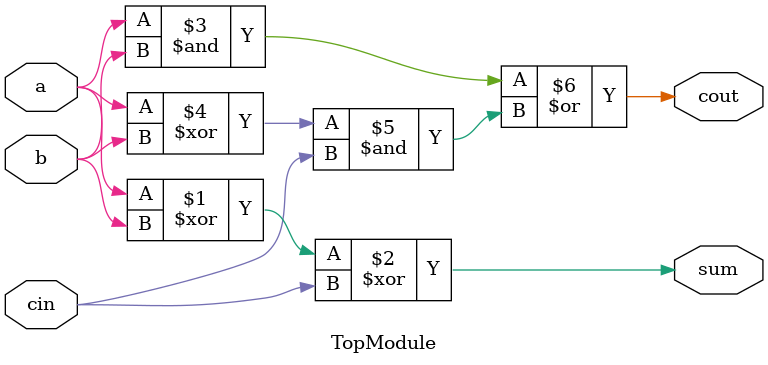
<source format=sv>


module TopModule (
  input a,
  input b,
  input cin,
  output cout,
  output sum
);

// Full adder logic
assign sum = a ^ b ^ cin;
assign cout = (a & b) | ((a ^ b) & cin);
endmodule

</source>
